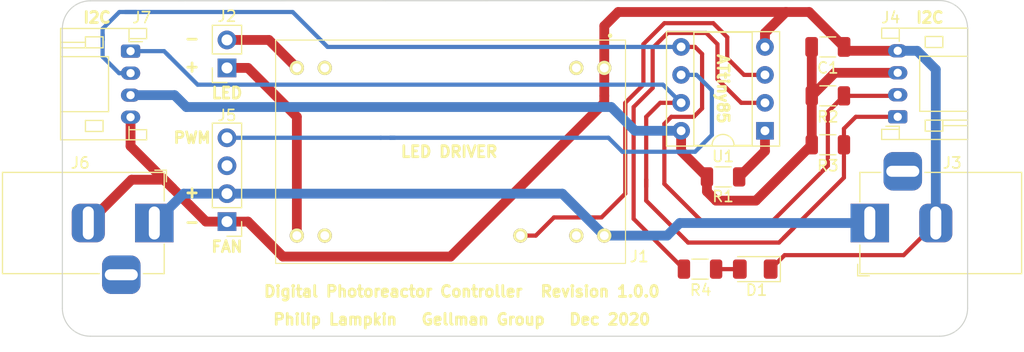
<source format=kicad_pcb>
(kicad_pcb (version 20171130) (host pcbnew "(5.1.8-0-10_14)")

  (general
    (thickness 1.6)
    (drawings 22)
    (tracks 142)
    (zones 0)
    (modules 16)
    (nets 18)
  )

  (page A4)
  (layers
    (0 F.Cu signal)
    (31 B.Cu signal)
    (32 B.Adhes user)
    (33 F.Adhes user)
    (34 B.Paste user)
    (35 F.Paste user)
    (36 B.SilkS user)
    (37 F.SilkS user)
    (38 B.Mask user)
    (39 F.Mask user)
    (40 Dwgs.User user)
    (41 Cmts.User user)
    (42 Eco1.User user)
    (43 Eco2.User user)
    (44 Edge.Cuts user)
    (45 Margin user)
    (46 B.CrtYd user hide)
    (47 F.CrtYd user hide)
    (48 B.Fab user)
    (49 F.Fab user hide)
  )

  (setup
    (last_trace_width 0.381)
    (user_trace_width 0.381)
    (user_trace_width 0.889)
    (trace_clearance 0.2)
    (zone_clearance 0.508)
    (zone_45_only no)
    (trace_min 0.2)
    (via_size 0.8)
    (via_drill 0.4)
    (via_min_size 0.4)
    (via_min_drill 0.3)
    (uvia_size 0.3)
    (uvia_drill 0.1)
    (uvias_allowed no)
    (uvia_min_size 0.2)
    (uvia_min_drill 0.1)
    (edge_width 0.1)
    (segment_width 0.2)
    (pcb_text_width 0.3)
    (pcb_text_size 1.5 1.5)
    (mod_edge_width 0.15)
    (mod_text_size 1 1)
    (mod_text_width 0.15)
    (pad_size 1.524 1.524)
    (pad_drill 0.762)
    (pad_to_mask_clearance 0)
    (aux_axis_origin 0 0)
    (visible_elements FFFFFF7F)
    (pcbplotparams
      (layerselection 0x010fc_ffffffff)
      (usegerberextensions false)
      (usegerberattributes true)
      (usegerberadvancedattributes true)
      (creategerberjobfile true)
      (excludeedgelayer true)
      (linewidth 0.100000)
      (plotframeref false)
      (viasonmask false)
      (mode 1)
      (useauxorigin false)
      (hpglpennumber 1)
      (hpglpenspeed 20)
      (hpglpendiameter 15.000000)
      (psnegative false)
      (psa4output false)
      (plotreference true)
      (plotvalue true)
      (plotinvisibletext false)
      (padsonsilk false)
      (subtractmaskfromsilk false)
      (outputformat 1)
      (mirror false)
      (drillshape 1)
      (scaleselection 1)
      (outputdirectory ""))
  )

  (net 0 "")
  (net 1 GND)
  (net 2 +12V)
  (net 3 +5V)
  (net 4 SDA)
  (net 5 SCL)
  (net 6 PWM_LED)
  (net 7 PWM_FAN)
  (net 8 "Net-(J1-Pad13)")
  (net 9 "Net-(J1-Pad12)")
  (net 10 "Net-(R1-Pad2)")
  (net 11 "Net-(J1-Pad23)")
  (net 12 "Net-(J1-Pad14)")
  (net 13 "Net-(J1-Pad11)")
  (net 14 "Net-(J1-Pad2)")
  (net 15 "Net-(J5-Pad3)")
  (net 16 INDICATOR)
  (net 17 "Net-(D1-Pad2)")

  (net_class Default "This is the default net class."
    (clearance 0.2)
    (trace_width 0.25)
    (via_dia 0.8)
    (via_drill 0.4)
    (uvia_dia 0.3)
    (uvia_drill 0.1)
    (add_net +12V)
    (add_net +5V)
    (add_net GND)
    (add_net INDICATOR)
    (add_net "Net-(D1-Pad2)")
    (add_net "Net-(J1-Pad11)")
    (add_net "Net-(J1-Pad12)")
    (add_net "Net-(J1-Pad13)")
    (add_net "Net-(J1-Pad14)")
    (add_net "Net-(J1-Pad2)")
    (add_net "Net-(J1-Pad23)")
    (add_net "Net-(J5-Pad3)")
    (add_net "Net-(R1-Pad2)")
    (add_net PWM_FAN)
    (add_net PWM_LED)
    (add_net SCL)
    (add_net SDA)
  )

  (module Connector_BarrelJack:BarrelJack_Horizontal (layer F.Cu) (tedit 5A1DBF6A) (tstamp 5FE1C543)
    (at 154.559 109.602 180)
    (descr "DC Barrel Jack")
    (tags "Power Jack")
    (path /5FB80D0D)
    (fp_text reference J3 (at -7.493 5.462) (layer F.SilkS)
      (effects (font (size 1 1) (thickness 0.15)))
    )
    (fp_text value Barrel_Jack (at -6.2 -5.5) (layer F.Fab)
      (effects (font (size 1 1) (thickness 0.15)))
    )
    (fp_line (start 0 -4.5) (end -13.7 -4.5) (layer F.Fab) (width 0.1))
    (fp_line (start 0.8 4.5) (end 0.8 -3.75) (layer F.Fab) (width 0.1))
    (fp_line (start -13.7 4.5) (end 0.8 4.5) (layer F.Fab) (width 0.1))
    (fp_line (start -13.7 -4.5) (end -13.7 4.5) (layer F.Fab) (width 0.1))
    (fp_line (start -10.2 -4.5) (end -10.2 4.5) (layer F.Fab) (width 0.1))
    (fp_line (start 0.9 -4.6) (end 0.9 -2) (layer F.SilkS) (width 0.12))
    (fp_line (start -13.8 -4.6) (end 0.9 -4.6) (layer F.SilkS) (width 0.12))
    (fp_line (start 0.9 4.6) (end -1 4.6) (layer F.SilkS) (width 0.12))
    (fp_line (start 0.9 1.9) (end 0.9 4.6) (layer F.SilkS) (width 0.12))
    (fp_line (start -13.8 4.6) (end -13.8 -4.6) (layer F.SilkS) (width 0.12))
    (fp_line (start -5 4.6) (end -13.8 4.6) (layer F.SilkS) (width 0.12))
    (fp_line (start -14 4.75) (end -14 -4.75) (layer F.CrtYd) (width 0.05))
    (fp_line (start -5 4.75) (end -14 4.75) (layer F.CrtYd) (width 0.05))
    (fp_line (start -5 6.75) (end -5 4.75) (layer F.CrtYd) (width 0.05))
    (fp_line (start -1 6.75) (end -5 6.75) (layer F.CrtYd) (width 0.05))
    (fp_line (start -1 4.75) (end -1 6.75) (layer F.CrtYd) (width 0.05))
    (fp_line (start 1 4.75) (end -1 4.75) (layer F.CrtYd) (width 0.05))
    (fp_line (start 1 2) (end 1 4.75) (layer F.CrtYd) (width 0.05))
    (fp_line (start 2 2) (end 1 2) (layer F.CrtYd) (width 0.05))
    (fp_line (start 2 -2) (end 2 2) (layer F.CrtYd) (width 0.05))
    (fp_line (start 1 -2) (end 2 -2) (layer F.CrtYd) (width 0.05))
    (fp_line (start 1 -4.5) (end 1 -2) (layer F.CrtYd) (width 0.05))
    (fp_line (start 1 -4.75) (end -14 -4.75) (layer F.CrtYd) (width 0.05))
    (fp_line (start 1 -4.5) (end 1 -4.75) (layer F.CrtYd) (width 0.05))
    (fp_line (start 0.05 -4.8) (end 1.1 -4.8) (layer F.SilkS) (width 0.12))
    (fp_line (start 1.1 -3.75) (end 1.1 -4.8) (layer F.SilkS) (width 0.12))
    (fp_line (start -0.003213 -4.505425) (end 0.8 -3.75) (layer F.Fab) (width 0.1))
    (fp_text user %R (at -3 -2.95) (layer F.Fab)
      (effects (font (size 1 1) (thickness 0.15)))
    )
    (pad 3 thru_hole roundrect (at -3 4.7 180) (size 3.5 3.5) (drill oval 3 1) (layers *.Cu *.Mask) (roundrect_rratio 0.25))
    (pad 2 thru_hole roundrect (at -6 0 180) (size 3 3.5) (drill oval 1 3) (layers *.Cu *.Mask) (roundrect_rratio 0.25)
      (net 1 GND))
    (pad 1 thru_hole rect (at 0 0 180) (size 3.5 3.5) (drill oval 1 3) (layers *.Cu *.Mask)
      (net 2 +12V))
    (model ${KISYS3DMOD}/Connector_BarrelJack.3dshapes/BarrelJack_Horizontal.wrl
      (at (xyz 0 0 0))
      (scale (xyz 1 1 1))
      (rotate (xyz 0 0 0))
    )
  )

  (module Resistor_SMD:R_1206_3216Metric (layer F.Cu) (tedit 5F68FEEE) (tstamp 5FEB75B1)
    (at 139.1305 113.792 180)
    (descr "Resistor SMD 1206 (3216 Metric), square (rectangular) end terminal, IPC_7351 nominal, (Body size source: IPC-SM-782 page 72, https://www.pcb-3d.com/wordpress/wp-content/uploads/ipc-sm-782a_amendment_1_and_2.pdf), generated with kicad-footprint-generator")
    (tags resistor)
    (path /5FEBED5D)
    (attr smd)
    (fp_text reference R4 (at -0.0615 -1.905) (layer F.SilkS)
      (effects (font (size 1 1) (thickness 0.15)))
    )
    (fp_text value 470 (at 0 1.82) (layer F.Fab)
      (effects (font (size 1 1) (thickness 0.15)))
    )
    (fp_line (start -1.6 0.8) (end -1.6 -0.8) (layer F.Fab) (width 0.1))
    (fp_line (start -1.6 -0.8) (end 1.6 -0.8) (layer F.Fab) (width 0.1))
    (fp_line (start 1.6 -0.8) (end 1.6 0.8) (layer F.Fab) (width 0.1))
    (fp_line (start 1.6 0.8) (end -1.6 0.8) (layer F.Fab) (width 0.1))
    (fp_line (start -0.727064 -0.91) (end 0.727064 -0.91) (layer F.SilkS) (width 0.12))
    (fp_line (start -0.727064 0.91) (end 0.727064 0.91) (layer F.SilkS) (width 0.12))
    (fp_line (start -2.28 1.12) (end -2.28 -1.12) (layer F.CrtYd) (width 0.05))
    (fp_line (start -2.28 -1.12) (end 2.28 -1.12) (layer F.CrtYd) (width 0.05))
    (fp_line (start 2.28 -1.12) (end 2.28 1.12) (layer F.CrtYd) (width 0.05))
    (fp_line (start 2.28 1.12) (end -2.28 1.12) (layer F.CrtYd) (width 0.05))
    (fp_text user %R (at 0 0) (layer F.Fab)
      (effects (font (size 0.8 0.8) (thickness 0.12)))
    )
    (pad 2 smd roundrect (at 1.4625 0 180) (size 1.125 1.75) (layers F.Cu F.Paste F.Mask) (roundrect_rratio 0.222222)
      (net 16 INDICATOR))
    (pad 1 smd roundrect (at -1.4625 0 180) (size 1.125 1.75) (layers F.Cu F.Paste F.Mask) (roundrect_rratio 0.222222)
      (net 17 "Net-(D1-Pad2)"))
    (model ${KISYS3DMOD}/Resistor_SMD.3dshapes/R_1206_3216Metric.wrl
      (at (xyz 0 0 0))
      (scale (xyz 1 1 1))
      (rotate (xyz 0 0 0))
    )
  )

  (module LED_SMD:LED_1206_3216Metric (layer F.Cu) (tedit 5F68FEF1) (tstamp 5FEB7368)
    (at 144.148 113.792 180)
    (descr "LED SMD 1206 (3216 Metric), square (rectangular) end terminal, IPC_7351 nominal, (Body size source: http://www.tortai-tech.com/upload/download/2011102023233369053.pdf), generated with kicad-footprint-generator")
    (tags LED)
    (path /5FEC213F)
    (attr smd)
    (fp_text reference D1 (at -0.124 -1.905) (layer F.SilkS)
      (effects (font (size 1 1) (thickness 0.15)))
    )
    (fp_text value LED (at 0 1.82) (layer F.Fab)
      (effects (font (size 1 1) (thickness 0.15)))
    )
    (fp_line (start 1.6 -0.8) (end -1.2 -0.8) (layer F.Fab) (width 0.1))
    (fp_line (start -1.2 -0.8) (end -1.6 -0.4) (layer F.Fab) (width 0.1))
    (fp_line (start -1.6 -0.4) (end -1.6 0.8) (layer F.Fab) (width 0.1))
    (fp_line (start -1.6 0.8) (end 1.6 0.8) (layer F.Fab) (width 0.1))
    (fp_line (start 1.6 0.8) (end 1.6 -0.8) (layer F.Fab) (width 0.1))
    (fp_line (start 1.6 -1.135) (end -2.285 -1.135) (layer F.SilkS) (width 0.12))
    (fp_line (start -2.285 -1.135) (end -2.285 1.135) (layer F.SilkS) (width 0.12))
    (fp_line (start -2.285 1.135) (end 1.6 1.135) (layer F.SilkS) (width 0.12))
    (fp_line (start -2.28 1.12) (end -2.28 -1.12) (layer F.CrtYd) (width 0.05))
    (fp_line (start -2.28 -1.12) (end 2.28 -1.12) (layer F.CrtYd) (width 0.05))
    (fp_line (start 2.28 -1.12) (end 2.28 1.12) (layer F.CrtYd) (width 0.05))
    (fp_line (start 2.28 1.12) (end -2.28 1.12) (layer F.CrtYd) (width 0.05))
    (fp_text user %R (at 0 0) (layer F.Fab)
      (effects (font (size 0.8 0.8) (thickness 0.12)))
    )
    (pad 2 smd roundrect (at 1.4 0 180) (size 1.25 1.75) (layers F.Cu F.Paste F.Mask) (roundrect_rratio 0.2)
      (net 17 "Net-(D1-Pad2)"))
    (pad 1 smd roundrect (at -1.4 0 180) (size 1.25 1.75) (layers F.Cu F.Paste F.Mask) (roundrect_rratio 0.2)
      (net 1 GND))
    (model ${KISYS3DMOD}/LED_SMD.3dshapes/LED_1206_3216Metric.wrl
      (at (xyz 0 0 0))
      (scale (xyz 1 1 1))
      (rotate (xyz 0 0 0))
    )
  )

  (module Connector_JST:JST_PH_S4B-PH-K_1x04_P2.00mm_Horizontal (layer F.Cu) (tedit 5B7745C6) (tstamp 5FE1C428)
    (at 87.376 93.98 270)
    (descr "JST PH series connector, S4B-PH-K (http://www.jst-mfg.com/product/pdf/eng/ePH.pdf), generated with kicad-footprint-generator")
    (tags "connector JST PH top entry")
    (path /5FE1AA2F)
    (fp_text reference J7 (at -3.048 -1.016 180) (layer F.SilkS)
      (effects (font (size 1 1) (thickness 0.15)))
    )
    (fp_text value Conn_01x04 (at 3 7.45 90) (layer F.Fab)
      (effects (font (size 1 1) (thickness 0.15)))
    )
    (fp_line (start 0.5 1.375) (end 0 0.875) (layer F.Fab) (width 0.1))
    (fp_line (start -0.5 1.375) (end 0.5 1.375) (layer F.Fab) (width 0.1))
    (fp_line (start 0 0.875) (end -0.5 1.375) (layer F.Fab) (width 0.1))
    (fp_line (start -0.86 0.14) (end -0.86 -1.075) (layer F.SilkS) (width 0.12))
    (fp_line (start 7.25 0.25) (end -1.25 0.25) (layer F.Fab) (width 0.1))
    (fp_line (start 7.25 -1.35) (end 7.25 0.25) (layer F.Fab) (width 0.1))
    (fp_line (start 7.95 -1.35) (end 7.25 -1.35) (layer F.Fab) (width 0.1))
    (fp_line (start 7.95 6.25) (end 7.95 -1.35) (layer F.Fab) (width 0.1))
    (fp_line (start -1.95 6.25) (end 7.95 6.25) (layer F.Fab) (width 0.1))
    (fp_line (start -1.95 -1.35) (end -1.95 6.25) (layer F.Fab) (width 0.1))
    (fp_line (start -1.25 -1.35) (end -1.95 -1.35) (layer F.Fab) (width 0.1))
    (fp_line (start -1.25 0.25) (end -1.25 -1.35) (layer F.Fab) (width 0.1))
    (fp_line (start 8.45 -1.85) (end -2.45 -1.85) (layer F.CrtYd) (width 0.05))
    (fp_line (start 8.45 6.75) (end 8.45 -1.85) (layer F.CrtYd) (width 0.05))
    (fp_line (start -2.45 6.75) (end 8.45 6.75) (layer F.CrtYd) (width 0.05))
    (fp_line (start -2.45 -1.85) (end -2.45 6.75) (layer F.CrtYd) (width 0.05))
    (fp_line (start -0.8 4.1) (end -0.8 6.36) (layer F.SilkS) (width 0.12))
    (fp_line (start -0.3 4.1) (end -0.3 6.36) (layer F.SilkS) (width 0.12))
    (fp_line (start 6.3 2.5) (end 7.3 2.5) (layer F.SilkS) (width 0.12))
    (fp_line (start 6.3 4.1) (end 6.3 2.5) (layer F.SilkS) (width 0.12))
    (fp_line (start 7.3 4.1) (end 6.3 4.1) (layer F.SilkS) (width 0.12))
    (fp_line (start 7.3 2.5) (end 7.3 4.1) (layer F.SilkS) (width 0.12))
    (fp_line (start -0.3 2.5) (end -1.3 2.5) (layer F.SilkS) (width 0.12))
    (fp_line (start -0.3 4.1) (end -0.3 2.5) (layer F.SilkS) (width 0.12))
    (fp_line (start -1.3 4.1) (end -0.3 4.1) (layer F.SilkS) (width 0.12))
    (fp_line (start -1.3 2.5) (end -1.3 4.1) (layer F.SilkS) (width 0.12))
    (fp_line (start 8.06 0.14) (end 7.14 0.14) (layer F.SilkS) (width 0.12))
    (fp_line (start -2.06 0.14) (end -1.14 0.14) (layer F.SilkS) (width 0.12))
    (fp_line (start 5.5 2) (end 5.5 6.36) (layer F.SilkS) (width 0.12))
    (fp_line (start 0.5 2) (end 5.5 2) (layer F.SilkS) (width 0.12))
    (fp_line (start 0.5 6.36) (end 0.5 2) (layer F.SilkS) (width 0.12))
    (fp_line (start 7.14 0.14) (end 6.86 0.14) (layer F.SilkS) (width 0.12))
    (fp_line (start 7.14 -1.46) (end 7.14 0.14) (layer F.SilkS) (width 0.12))
    (fp_line (start 8.06 -1.46) (end 7.14 -1.46) (layer F.SilkS) (width 0.12))
    (fp_line (start 8.06 6.36) (end 8.06 -1.46) (layer F.SilkS) (width 0.12))
    (fp_line (start -2.06 6.36) (end 8.06 6.36) (layer F.SilkS) (width 0.12))
    (fp_line (start -2.06 -1.46) (end -2.06 6.36) (layer F.SilkS) (width 0.12))
    (fp_line (start -1.14 -1.46) (end -2.06 -1.46) (layer F.SilkS) (width 0.12))
    (fp_line (start -1.14 0.14) (end -1.14 -1.46) (layer F.SilkS) (width 0.12))
    (fp_line (start -0.86 0.14) (end -1.14 0.14) (layer F.SilkS) (width 0.12))
    (fp_text user %R (at 3 2.5 90) (layer F.Fab)
      (effects (font (size 1 1) (thickness 0.15)))
    )
    (pad 4 thru_hole oval (at 6 0 270) (size 1.2 1.75) (drill 0.75) (layers *.Cu *.Mask)
      (net 1 GND))
    (pad 3 thru_hole oval (at 4 0 270) (size 1.2 1.75) (drill 0.75) (layers *.Cu *.Mask)
      (net 3 +5V))
    (pad 2 thru_hole oval (at 2 0 270) (size 1.2 1.75) (drill 0.75) (layers *.Cu *.Mask)
      (net 4 SDA))
    (pad 1 thru_hole roundrect (at 0 0 270) (size 1.2 1.75) (drill 0.75) (layers *.Cu *.Mask) (roundrect_rratio 0.208333)
      (net 5 SCL))
    (model ${KISYS3DMOD}/Connector_JST.3dshapes/JST_PH_S4B-PH-K_1x04_P2.00mm_Horizontal.wrl
      (at (xyz 0 0 0))
      (scale (xyz 1 1 1))
      (rotate (xyz 0 0 0))
    )
  )

  (module Connector_BarrelJack:BarrelJack_Horizontal (layer F.Cu) (tedit 5A1DBF6A) (tstamp 5FE1BC2E)
    (at 89.535 109.601)
    (descr "DC Barrel Jack")
    (tags "Power Jack")
    (path /5FE1EB67)
    (fp_text reference J6 (at -6.731 -5.461) (layer F.SilkS)
      (effects (font (size 1 1) (thickness 0.15)))
    )
    (fp_text value Barrel_Jack (at -6.2 -5.5) (layer F.Fab)
      (effects (font (size 1 1) (thickness 0.15)))
    )
    (fp_line (start -0.003213 -4.505425) (end 0.8 -3.75) (layer F.Fab) (width 0.1))
    (fp_line (start 1.1 -3.75) (end 1.1 -4.8) (layer F.SilkS) (width 0.12))
    (fp_line (start 0.05 -4.8) (end 1.1 -4.8) (layer F.SilkS) (width 0.12))
    (fp_line (start 1 -4.5) (end 1 -4.75) (layer F.CrtYd) (width 0.05))
    (fp_line (start 1 -4.75) (end -14 -4.75) (layer F.CrtYd) (width 0.05))
    (fp_line (start 1 -4.5) (end 1 -2) (layer F.CrtYd) (width 0.05))
    (fp_line (start 1 -2) (end 2 -2) (layer F.CrtYd) (width 0.05))
    (fp_line (start 2 -2) (end 2 2) (layer F.CrtYd) (width 0.05))
    (fp_line (start 2 2) (end 1 2) (layer F.CrtYd) (width 0.05))
    (fp_line (start 1 2) (end 1 4.75) (layer F.CrtYd) (width 0.05))
    (fp_line (start 1 4.75) (end -1 4.75) (layer F.CrtYd) (width 0.05))
    (fp_line (start -1 4.75) (end -1 6.75) (layer F.CrtYd) (width 0.05))
    (fp_line (start -1 6.75) (end -5 6.75) (layer F.CrtYd) (width 0.05))
    (fp_line (start -5 6.75) (end -5 4.75) (layer F.CrtYd) (width 0.05))
    (fp_line (start -5 4.75) (end -14 4.75) (layer F.CrtYd) (width 0.05))
    (fp_line (start -14 4.75) (end -14 -4.75) (layer F.CrtYd) (width 0.05))
    (fp_line (start -5 4.6) (end -13.8 4.6) (layer F.SilkS) (width 0.12))
    (fp_line (start -13.8 4.6) (end -13.8 -4.6) (layer F.SilkS) (width 0.12))
    (fp_line (start 0.9 1.9) (end 0.9 4.6) (layer F.SilkS) (width 0.12))
    (fp_line (start 0.9 4.6) (end -1 4.6) (layer F.SilkS) (width 0.12))
    (fp_line (start -13.8 -4.6) (end 0.9 -4.6) (layer F.SilkS) (width 0.12))
    (fp_line (start 0.9 -4.6) (end 0.9 -2) (layer F.SilkS) (width 0.12))
    (fp_line (start -10.2 -4.5) (end -10.2 4.5) (layer F.Fab) (width 0.1))
    (fp_line (start -13.7 -4.5) (end -13.7 4.5) (layer F.Fab) (width 0.1))
    (fp_line (start -13.7 4.5) (end 0.8 4.5) (layer F.Fab) (width 0.1))
    (fp_line (start 0.8 4.5) (end 0.8 -3.75) (layer F.Fab) (width 0.1))
    (fp_line (start 0 -4.5) (end -13.7 -4.5) (layer F.Fab) (width 0.1))
    (fp_text user %R (at -3 -2.95) (layer F.Fab)
      (effects (font (size 1 1) (thickness 0.15)))
    )
    (pad 1 thru_hole rect (at 0 0) (size 3.5 3.5) (drill oval 1 3) (layers *.Cu *.Mask)
      (net 2 +12V))
    (pad 2 thru_hole roundrect (at -6 0) (size 3 3.5) (drill oval 1 3) (layers *.Cu *.Mask) (roundrect_rratio 0.25)
      (net 1 GND))
    (pad 3 thru_hole roundrect (at -3 4.7) (size 3.5 3.5) (drill oval 3 1) (layers *.Cu *.Mask) (roundrect_rratio 0.25))
    (model ${KISYS3DMOD}/Connector_BarrelJack.3dshapes/BarrelJack_Horizontal.wrl
      (at (xyz 0 0 0))
      (scale (xyz 1 1 1))
      (rotate (xyz 0 0 0))
    )
  )

  (module Package_DIP:DIP-8_W7.62mm_Socket (layer F.Cu) (tedit 5A02E8C5) (tstamp 5FE1C3AF)
    (at 145.034 101.219 180)
    (descr "8-lead though-hole mounted DIP package, row spacing 7.62 mm (300 mils), Socket")
    (tags "THT DIP DIL PDIP 2.54mm 7.62mm 300mil Socket")
    (path /5FDCDD75)
    (fp_text reference U1 (at 3.81 -2.33) (layer F.SilkS)
      (effects (font (size 1 1) (thickness 0.15)))
    )
    (fp_text value ATtiny85-20PU (at 3.81 9.95) (layer F.Fab)
      (effects (font (size 1 1) (thickness 0.15)))
    )
    (fp_line (start 1.635 -1.27) (end 6.985 -1.27) (layer F.Fab) (width 0.1))
    (fp_line (start 6.985 -1.27) (end 6.985 8.89) (layer F.Fab) (width 0.1))
    (fp_line (start 6.985 8.89) (end 0.635 8.89) (layer F.Fab) (width 0.1))
    (fp_line (start 0.635 8.89) (end 0.635 -0.27) (layer F.Fab) (width 0.1))
    (fp_line (start 0.635 -0.27) (end 1.635 -1.27) (layer F.Fab) (width 0.1))
    (fp_line (start -1.27 -1.33) (end -1.27 8.95) (layer F.Fab) (width 0.1))
    (fp_line (start -1.27 8.95) (end 8.89 8.95) (layer F.Fab) (width 0.1))
    (fp_line (start 8.89 8.95) (end 8.89 -1.33) (layer F.Fab) (width 0.1))
    (fp_line (start 8.89 -1.33) (end -1.27 -1.33) (layer F.Fab) (width 0.1))
    (fp_line (start 2.81 -1.33) (end 1.16 -1.33) (layer F.SilkS) (width 0.12))
    (fp_line (start 1.16 -1.33) (end 1.16 8.95) (layer F.SilkS) (width 0.12))
    (fp_line (start 1.16 8.95) (end 6.46 8.95) (layer F.SilkS) (width 0.12))
    (fp_line (start 6.46 8.95) (end 6.46 -1.33) (layer F.SilkS) (width 0.12))
    (fp_line (start 6.46 -1.33) (end 4.81 -1.33) (layer F.SilkS) (width 0.12))
    (fp_line (start -1.33 -1.39) (end -1.33 9.01) (layer F.SilkS) (width 0.12))
    (fp_line (start -1.33 9.01) (end 8.95 9.01) (layer F.SilkS) (width 0.12))
    (fp_line (start 8.95 9.01) (end 8.95 -1.39) (layer F.SilkS) (width 0.12))
    (fp_line (start 8.95 -1.39) (end -1.33 -1.39) (layer F.SilkS) (width 0.12))
    (fp_line (start -1.55 -1.6) (end -1.55 9.2) (layer F.CrtYd) (width 0.05))
    (fp_line (start -1.55 9.2) (end 9.15 9.2) (layer F.CrtYd) (width 0.05))
    (fp_line (start 9.15 9.2) (end 9.15 -1.6) (layer F.CrtYd) (width 0.05))
    (fp_line (start 9.15 -1.6) (end -1.55 -1.6) (layer F.CrtYd) (width 0.05))
    (fp_text user %R (at 3.81 3.81) (layer F.Fab)
      (effects (font (size 1 1) (thickness 0.15)))
    )
    (fp_arc (start 3.81 -1.33) (end 2.81 -1.33) (angle -180) (layer F.SilkS) (width 0.12))
    (pad 8 thru_hole oval (at 7.62 0 180) (size 1.6 1.6) (drill 0.8) (layers *.Cu *.Mask)
      (net 3 +5V))
    (pad 4 thru_hole oval (at 0 7.62 180) (size 1.6 1.6) (drill 0.8) (layers *.Cu *.Mask)
      (net 1 GND))
    (pad 7 thru_hole oval (at 7.62 2.54 180) (size 1.6 1.6) (drill 0.8) (layers *.Cu *.Mask)
      (net 5 SCL))
    (pad 3 thru_hole oval (at 0 5.08 180) (size 1.6 1.6) (drill 0.8) (layers *.Cu *.Mask)
      (net 6 PWM_LED))
    (pad 6 thru_hole oval (at 7.62 5.08 180) (size 1.6 1.6) (drill 0.8) (layers *.Cu *.Mask)
      (net 7 PWM_FAN))
    (pad 2 thru_hole oval (at 0 2.54 180) (size 1.6 1.6) (drill 0.8) (layers *.Cu *.Mask)
      (net 16 INDICATOR))
    (pad 5 thru_hole oval (at 7.62 7.62 180) (size 1.6 1.6) (drill 0.8) (layers *.Cu *.Mask)
      (net 4 SDA))
    (pad 1 thru_hole rect (at 0 0 180) (size 1.6 1.6) (drill 0.8) (layers *.Cu *.Mask)
      (net 10 "Net-(R1-Pad2)"))
    (model ${KISYS3DMOD}/Package_DIP.3dshapes/DIP-8_W7.62mm_Socket.wrl
      (at (xyz 0 0 0))
      (scale (xyz 1 1 1))
      (rotate (xyz 0 0 0))
    )
  )

  (module MountingHole:MountingHole_3.7mm (layer F.Cu) (tedit 56D1B4CB) (tstamp 5FEB7DC6)
    (at 150.368 117.348 180)
    (descr "Mounting Hole 3.7mm, no annular")
    (tags "mounting hole 3.7mm no annular")
    (attr virtual)
    (fp_text reference REF** (at 0 -4.7) (layer F.SilkS) hide
      (effects (font (size 1 1) (thickness 0.15)))
    )
    (fp_text value MountingHole_3.7mm (at 0 4.7) (layer F.Fab) hide
      (effects (font (size 1 1) (thickness 0.15)))
    )
    (fp_circle (center 0 0) (end 3.7 0) (layer Cmts.User) (width 0.15))
    (fp_circle (center 0 0) (end 3.95 0) (layer F.CrtYd) (width 0.05))
    (fp_text user %R (at 0.3 0) (layer F.Fab)
      (effects (font (size 1 1) (thickness 0.15)))
    )
    (pad 1 np_thru_hole circle (at 0 0 180) (size 3.7 3.7) (drill 3.7) (layers *.Cu *.Mask))
  )

  (module MountingHole:MountingHole_3.7mm (layer F.Cu) (tedit 56D1B4CB) (tstamp 5FE1C6F3)
    (at 93.98 117.348 180)
    (descr "Mounting Hole 3.7mm, no annular")
    (tags "mounting hole 3.7mm no annular")
    (attr virtual)
    (fp_text reference REF** (at 0 -4.7) (layer F.SilkS) hide
      (effects (font (size 1 1) (thickness 0.15)))
    )
    (fp_text value MountingHole_3.7mm (at 0 4.7) (layer F.Fab) hide
      (effects (font (size 1 1) (thickness 0.15)))
    )
    (fp_circle (center 0 0) (end 3.95 0) (layer F.CrtYd) (width 0.05))
    (fp_circle (center 0 0) (end 3.7 0) (layer Cmts.User) (width 0.15))
    (fp_text user %R (at 0.3 0) (layer F.Fab)
      (effects (font (size 1 1) (thickness 0.15)))
    )
    (pad 1 np_thru_hole circle (at 0 0 180) (size 3.7 3.7) (drill 3.7) (layers *.Cu *.Mask))
  )

  (module Connector_PinHeader_2.54mm:PinHeader_1x04_P2.54mm_Vertical (layer F.Cu) (tedit 59FED5CC) (tstamp 5FE1C6BE)
    (at 96.139 109.474 180)
    (descr "Through hole straight pin header, 1x04, 2.54mm pitch, single row")
    (tags "Through hole pin header THT 1x04 2.54mm single row")
    (path /5FDF07F8)
    (fp_text reference J5 (at 0 9.652) (layer F.SilkS)
      (effects (font (size 1 1) (thickness 0.15)))
    )
    (fp_text value Conn_01x04 (at 0 9.95) (layer F.Fab)
      (effects (font (size 1 1) (thickness 0.15)))
    )
    (fp_line (start 1.8 -1.8) (end -1.8 -1.8) (layer F.CrtYd) (width 0.05))
    (fp_line (start 1.8 9.4) (end 1.8 -1.8) (layer F.CrtYd) (width 0.05))
    (fp_line (start -1.8 9.4) (end 1.8 9.4) (layer F.CrtYd) (width 0.05))
    (fp_line (start -1.8 -1.8) (end -1.8 9.4) (layer F.CrtYd) (width 0.05))
    (fp_line (start -1.33 -1.33) (end 0 -1.33) (layer F.SilkS) (width 0.12))
    (fp_line (start -1.33 0) (end -1.33 -1.33) (layer F.SilkS) (width 0.12))
    (fp_line (start -1.33 1.27) (end 1.33 1.27) (layer F.SilkS) (width 0.12))
    (fp_line (start 1.33 1.27) (end 1.33 8.95) (layer F.SilkS) (width 0.12))
    (fp_line (start -1.33 1.27) (end -1.33 8.95) (layer F.SilkS) (width 0.12))
    (fp_line (start -1.33 8.95) (end 1.33 8.95) (layer F.SilkS) (width 0.12))
    (fp_line (start -1.27 -0.635) (end -0.635 -1.27) (layer F.Fab) (width 0.1))
    (fp_line (start -1.27 8.89) (end -1.27 -0.635) (layer F.Fab) (width 0.1))
    (fp_line (start 1.27 8.89) (end -1.27 8.89) (layer F.Fab) (width 0.1))
    (fp_line (start 1.27 -1.27) (end 1.27 8.89) (layer F.Fab) (width 0.1))
    (fp_line (start -0.635 -1.27) (end 1.27 -1.27) (layer F.Fab) (width 0.1))
    (fp_text user %R (at 0 3.81 90) (layer F.Fab)
      (effects (font (size 1 1) (thickness 0.15)))
    )
    (pad 4 thru_hole oval (at 0 7.62 180) (size 1.7 1.7) (drill 1) (layers *.Cu *.Mask)
      (net 7 PWM_FAN))
    (pad 3 thru_hole oval (at 0 5.08 180) (size 1.7 1.7) (drill 1) (layers *.Cu *.Mask)
      (net 15 "Net-(J5-Pad3)"))
    (pad 2 thru_hole oval (at 0 2.54 180) (size 1.7 1.7) (drill 1) (layers *.Cu *.Mask)
      (net 2 +12V))
    (pad 1 thru_hole rect (at 0 0 180) (size 1.7 1.7) (drill 1) (layers *.Cu *.Mask)
      (net 1 GND))
    (model ${KISYS3DMOD}/Connector_PinHeader_2.54mm.3dshapes/PinHeader_1x04_P2.54mm_Vertical.wrl
      (at (xyz 0 0 0))
      (scale (xyz 1 1 1))
      (rotate (xyz 0 0 0))
    )
  )

  (module Resistor_SMD:R_1206_3216Metric (layer F.Cu) (tedit 5F68FEEE) (tstamp 5FE1C687)
    (at 150.749 102.489)
    (descr "Resistor SMD 1206 (3216 Metric), square (rectangular) end terminal, IPC_7351 nominal, (Body size source: IPC-SM-782 page 72, https://www.pcb-3d.com/wordpress/wp-content/uploads/ipc-sm-782a_amendment_1_and_2.pdf), generated with kicad-footprint-generator")
    (tags resistor)
    (path /5FC37DBD)
    (attr smd)
    (fp_text reference R3 (at 0 1.905) (layer F.SilkS)
      (effects (font (size 1 1) (thickness 0.15)))
    )
    (fp_text value 4.7K (at 0 1.82) (layer F.Fab)
      (effects (font (size 1 1) (thickness 0.15)))
    )
    (fp_line (start 2.28 1.12) (end -2.28 1.12) (layer F.CrtYd) (width 0.05))
    (fp_line (start 2.28 -1.12) (end 2.28 1.12) (layer F.CrtYd) (width 0.05))
    (fp_line (start -2.28 -1.12) (end 2.28 -1.12) (layer F.CrtYd) (width 0.05))
    (fp_line (start -2.28 1.12) (end -2.28 -1.12) (layer F.CrtYd) (width 0.05))
    (fp_line (start -0.727064 0.91) (end 0.727064 0.91) (layer F.SilkS) (width 0.12))
    (fp_line (start -0.727064 -0.91) (end 0.727064 -0.91) (layer F.SilkS) (width 0.12))
    (fp_line (start 1.6 0.8) (end -1.6 0.8) (layer F.Fab) (width 0.1))
    (fp_line (start 1.6 -0.8) (end 1.6 0.8) (layer F.Fab) (width 0.1))
    (fp_line (start -1.6 -0.8) (end 1.6 -0.8) (layer F.Fab) (width 0.1))
    (fp_line (start -1.6 0.8) (end -1.6 -0.8) (layer F.Fab) (width 0.1))
    (fp_text user %R (at 0 0) (layer F.Fab)
      (effects (font (size 0.8 0.8) (thickness 0.12)))
    )
    (pad 2 smd roundrect (at 1.4625 0) (size 1.125 1.75) (layers F.Cu F.Paste F.Mask) (roundrect_rratio 0.222222)
      (net 5 SCL))
    (pad 1 smd roundrect (at -1.4625 0) (size 1.125 1.75) (layers F.Cu F.Paste F.Mask) (roundrect_rratio 0.222222)
      (net 3 +5V))
    (model ${KISYS3DMOD}/Resistor_SMD.3dshapes/R_1206_3216Metric.wrl
      (at (xyz 0 0 0))
      (scale (xyz 1 1 1))
      (rotate (xyz 0 0 0))
    )
  )

  (module Resistor_SMD:R_1206_3216Metric (layer F.Cu) (tedit 5F68FEEE) (tstamp 5FE1C657)
    (at 150.749 98.044)
    (descr "Resistor SMD 1206 (3216 Metric), square (rectangular) end terminal, IPC_7351 nominal, (Body size source: IPC-SM-782 page 72, https://www.pcb-3d.com/wordpress/wp-content/uploads/ipc-sm-782a_amendment_1_and_2.pdf), generated with kicad-footprint-generator")
    (tags resistor)
    (path /5FC38333)
    (attr smd)
    (fp_text reference R2 (at 0 1.905) (layer F.SilkS)
      (effects (font (size 1 1) (thickness 0.15)))
    )
    (fp_text value 4.7K (at 0 1.82) (layer F.Fab)
      (effects (font (size 1 1) (thickness 0.15)))
    )
    (fp_line (start 2.28 1.12) (end -2.28 1.12) (layer F.CrtYd) (width 0.05))
    (fp_line (start 2.28 -1.12) (end 2.28 1.12) (layer F.CrtYd) (width 0.05))
    (fp_line (start -2.28 -1.12) (end 2.28 -1.12) (layer F.CrtYd) (width 0.05))
    (fp_line (start -2.28 1.12) (end -2.28 -1.12) (layer F.CrtYd) (width 0.05))
    (fp_line (start -0.727064 0.91) (end 0.727064 0.91) (layer F.SilkS) (width 0.12))
    (fp_line (start -0.727064 -0.91) (end 0.727064 -0.91) (layer F.SilkS) (width 0.12))
    (fp_line (start 1.6 0.8) (end -1.6 0.8) (layer F.Fab) (width 0.1))
    (fp_line (start 1.6 -0.8) (end 1.6 0.8) (layer F.Fab) (width 0.1))
    (fp_line (start -1.6 -0.8) (end 1.6 -0.8) (layer F.Fab) (width 0.1))
    (fp_line (start -1.6 0.8) (end -1.6 -0.8) (layer F.Fab) (width 0.1))
    (fp_text user %R (at 0 0) (layer F.Fab)
      (effects (font (size 0.8 0.8) (thickness 0.12)))
    )
    (pad 2 smd roundrect (at 1.4625 0) (size 1.125 1.75) (layers F.Cu F.Paste F.Mask) (roundrect_rratio 0.222222)
      (net 4 SDA))
    (pad 1 smd roundrect (at -1.4625 0) (size 1.125 1.75) (layers F.Cu F.Paste F.Mask) (roundrect_rratio 0.222222)
      (net 3 +5V))
    (model ${KISYS3DMOD}/Resistor_SMD.3dshapes/R_1206_3216Metric.wrl
      (at (xyz 0 0 0))
      (scale (xyz 1 1 1))
      (rotate (xyz 0 0 0))
    )
  )

  (module Resistor_SMD:R_1206_3216Metric (layer F.Cu) (tedit 5F68FEEE) (tstamp 5FE1C627)
    (at 141.224 105.41)
    (descr "Resistor SMD 1206 (3216 Metric), square (rectangular) end terminal, IPC_7351 nominal, (Body size source: IPC-SM-782 page 72, https://www.pcb-3d.com/wordpress/wp-content/uploads/ipc-sm-782a_amendment_1_and_2.pdf), generated with kicad-footprint-generator")
    (tags resistor)
    (path /5FB960BA)
    (attr smd)
    (fp_text reference R1 (at 0 1.778) (layer F.SilkS)
      (effects (font (size 1 1) (thickness 0.15)))
    )
    (fp_text value 10K (at 0 1.82) (layer F.Fab)
      (effects (font (size 1 1) (thickness 0.15)))
    )
    (fp_line (start 2.28 1.12) (end -2.28 1.12) (layer F.CrtYd) (width 0.05))
    (fp_line (start 2.28 -1.12) (end 2.28 1.12) (layer F.CrtYd) (width 0.05))
    (fp_line (start -2.28 -1.12) (end 2.28 -1.12) (layer F.CrtYd) (width 0.05))
    (fp_line (start -2.28 1.12) (end -2.28 -1.12) (layer F.CrtYd) (width 0.05))
    (fp_line (start -0.727064 0.91) (end 0.727064 0.91) (layer F.SilkS) (width 0.12))
    (fp_line (start -0.727064 -0.91) (end 0.727064 -0.91) (layer F.SilkS) (width 0.12))
    (fp_line (start 1.6 0.8) (end -1.6 0.8) (layer F.Fab) (width 0.1))
    (fp_line (start 1.6 -0.8) (end 1.6 0.8) (layer F.Fab) (width 0.1))
    (fp_line (start -1.6 -0.8) (end 1.6 -0.8) (layer F.Fab) (width 0.1))
    (fp_line (start -1.6 0.8) (end -1.6 -0.8) (layer F.Fab) (width 0.1))
    (fp_text user %R (at 0 0) (layer F.Fab)
      (effects (font (size 0.8 0.8) (thickness 0.12)))
    )
    (pad 2 smd roundrect (at 1.4625 0) (size 1.125 1.75) (layers F.Cu F.Paste F.Mask) (roundrect_rratio 0.222222)
      (net 10 "Net-(R1-Pad2)"))
    (pad 1 smd roundrect (at -1.4625 0) (size 1.125 1.75) (layers F.Cu F.Paste F.Mask) (roundrect_rratio 0.222222)
      (net 3 +5V))
    (model ${KISYS3DMOD}/Resistor_SMD.3dshapes/R_1206_3216Metric.wrl
      (at (xyz 0 0 0))
      (scale (xyz 1 1 1))
      (rotate (xyz 0 0 0))
    )
  )

  (module Connector_JST:JST_PH_S4B-PH-K_1x04_P2.00mm_Horizontal (layer F.Cu) (tedit 5B7745C6) (tstamp 5FE1D341)
    (at 157.099 99.949 90)
    (descr "JST PH series connector, S4B-PH-K (http://www.jst-mfg.com/product/pdf/eng/ePH.pdf), generated with kicad-footprint-generator")
    (tags "connector JST PH top entry")
    (path /5FBC8C0C)
    (fp_text reference J4 (at 9.017 -0.635) (layer F.SilkS)
      (effects (font (size 1 1) (thickness 0.15)))
    )
    (fp_text value Conn_01x04 (at 3 7.45 90) (layer F.Fab)
      (effects (font (size 1 1) (thickness 0.15)))
    )
    (fp_line (start 0.5 1.375) (end 0 0.875) (layer F.Fab) (width 0.1))
    (fp_line (start -0.5 1.375) (end 0.5 1.375) (layer F.Fab) (width 0.1))
    (fp_line (start 0 0.875) (end -0.5 1.375) (layer F.Fab) (width 0.1))
    (fp_line (start -0.86 0.14) (end -0.86 -1.075) (layer F.SilkS) (width 0.12))
    (fp_line (start 7.25 0.25) (end -1.25 0.25) (layer F.Fab) (width 0.1))
    (fp_line (start 7.25 -1.35) (end 7.25 0.25) (layer F.Fab) (width 0.1))
    (fp_line (start 7.95 -1.35) (end 7.25 -1.35) (layer F.Fab) (width 0.1))
    (fp_line (start 7.95 6.25) (end 7.95 -1.35) (layer F.Fab) (width 0.1))
    (fp_line (start -1.95 6.25) (end 7.95 6.25) (layer F.Fab) (width 0.1))
    (fp_line (start -1.95 -1.35) (end -1.95 6.25) (layer F.Fab) (width 0.1))
    (fp_line (start -1.25 -1.35) (end -1.95 -1.35) (layer F.Fab) (width 0.1))
    (fp_line (start -1.25 0.25) (end -1.25 -1.35) (layer F.Fab) (width 0.1))
    (fp_line (start 8.45 -1.85) (end -2.45 -1.85) (layer F.CrtYd) (width 0.05))
    (fp_line (start 8.45 6.75) (end 8.45 -1.85) (layer F.CrtYd) (width 0.05))
    (fp_line (start -2.45 6.75) (end 8.45 6.75) (layer F.CrtYd) (width 0.05))
    (fp_line (start -2.45 -1.85) (end -2.45 6.75) (layer F.CrtYd) (width 0.05))
    (fp_line (start -0.8 4.1) (end -0.8 6.36) (layer F.SilkS) (width 0.12))
    (fp_line (start -0.3 4.1) (end -0.3 6.36) (layer F.SilkS) (width 0.12))
    (fp_line (start 6.3 2.5) (end 7.3 2.5) (layer F.SilkS) (width 0.12))
    (fp_line (start 6.3 4.1) (end 6.3 2.5) (layer F.SilkS) (width 0.12))
    (fp_line (start 7.3 4.1) (end 6.3 4.1) (layer F.SilkS) (width 0.12))
    (fp_line (start 7.3 2.5) (end 7.3 4.1) (layer F.SilkS) (width 0.12))
    (fp_line (start -0.3 2.5) (end -1.3 2.5) (layer F.SilkS) (width 0.12))
    (fp_line (start -0.3 4.1) (end -0.3 2.5) (layer F.SilkS) (width 0.12))
    (fp_line (start -1.3 4.1) (end -0.3 4.1) (layer F.SilkS) (width 0.12))
    (fp_line (start -1.3 2.5) (end -1.3 4.1) (layer F.SilkS) (width 0.12))
    (fp_line (start 8.06 0.14) (end 7.14 0.14) (layer F.SilkS) (width 0.12))
    (fp_line (start -2.06 0.14) (end -1.14 0.14) (layer F.SilkS) (width 0.12))
    (fp_line (start 5.5 2) (end 5.5 6.36) (layer F.SilkS) (width 0.12))
    (fp_line (start 0.5 2) (end 5.5 2) (layer F.SilkS) (width 0.12))
    (fp_line (start 0.5 6.36) (end 0.5 2) (layer F.SilkS) (width 0.12))
    (fp_line (start 7.14 0.14) (end 6.86 0.14) (layer F.SilkS) (width 0.12))
    (fp_line (start 7.14 -1.46) (end 7.14 0.14) (layer F.SilkS) (width 0.12))
    (fp_line (start 8.06 -1.46) (end 7.14 -1.46) (layer F.SilkS) (width 0.12))
    (fp_line (start 8.06 6.36) (end 8.06 -1.46) (layer F.SilkS) (width 0.12))
    (fp_line (start -2.06 6.36) (end 8.06 6.36) (layer F.SilkS) (width 0.12))
    (fp_line (start -2.06 -1.46) (end -2.06 6.36) (layer F.SilkS) (width 0.12))
    (fp_line (start -1.14 -1.46) (end -2.06 -1.46) (layer F.SilkS) (width 0.12))
    (fp_line (start -1.14 0.14) (end -1.14 -1.46) (layer F.SilkS) (width 0.12))
    (fp_line (start -0.86 0.14) (end -1.14 0.14) (layer F.SilkS) (width 0.12))
    (fp_text user %R (at 3 2.5 90) (layer F.Fab)
      (effects (font (size 1 1) (thickness 0.15)))
    )
    (pad 4 thru_hole oval (at 6 0 90) (size 1.2 1.75) (drill 0.75) (layers *.Cu *.Mask)
      (net 1 GND))
    (pad 3 thru_hole oval (at 4 0 90) (size 1.2 1.75) (drill 0.75) (layers *.Cu *.Mask)
      (net 3 +5V))
    (pad 2 thru_hole oval (at 2 0 90) (size 1.2 1.75) (drill 0.75) (layers *.Cu *.Mask)
      (net 4 SDA))
    (pad 1 thru_hole roundrect (at 0 0 90) (size 1.2 1.75) (drill 0.75) (layers *.Cu *.Mask) (roundrect_rratio 0.208333)
      (net 5 SCL))
    (model ${KISYS3DMOD}/Connector_JST.3dshapes/JST_PH_S4B-PH-K_1x04_P2.00mm_Horizontal.wrl
      (at (xyz 0 0 0))
      (scale (xyz 1 1 1))
      (rotate (xyz 0 0 0))
    )
  )

  (module Connector_PinSocket_2.54mm:PinSocket_1x02_P2.54mm_Vertical (layer F.Cu) (tedit 5A19A420) (tstamp 5FE1C72B)
    (at 96.139 95.504 180)
    (descr "Through hole straight socket strip, 1x02, 2.54mm pitch, single row (from Kicad 4.0.7), script generated")
    (tags "Through hole socket strip THT 1x02 2.54mm single row")
    (path /5FB5EC11)
    (fp_text reference J2 (at 0 4.699) (layer F.SilkS)
      (effects (font (size 1 1) (thickness 0.15)))
    )
    (fp_text value Conn_01x02 (at 0 5.31) (layer F.Fab)
      (effects (font (size 1 1) (thickness 0.15)))
    )
    (fp_line (start -1.27 -1.27) (end 0.635 -1.27) (layer F.Fab) (width 0.1))
    (fp_line (start 0.635 -1.27) (end 1.27 -0.635) (layer F.Fab) (width 0.1))
    (fp_line (start 1.27 -0.635) (end 1.27 3.81) (layer F.Fab) (width 0.1))
    (fp_line (start 1.27 3.81) (end -1.27 3.81) (layer F.Fab) (width 0.1))
    (fp_line (start -1.27 3.81) (end -1.27 -1.27) (layer F.Fab) (width 0.1))
    (fp_line (start -1.33 1.27) (end 1.33 1.27) (layer F.SilkS) (width 0.12))
    (fp_line (start -1.33 1.27) (end -1.33 3.87) (layer F.SilkS) (width 0.12))
    (fp_line (start -1.33 3.87) (end 1.33 3.87) (layer F.SilkS) (width 0.12))
    (fp_line (start 1.33 1.27) (end 1.33 3.87) (layer F.SilkS) (width 0.12))
    (fp_line (start 1.33 -1.33) (end 1.33 0) (layer F.SilkS) (width 0.12))
    (fp_line (start 0 -1.33) (end 1.33 -1.33) (layer F.SilkS) (width 0.12))
    (fp_line (start -1.8 -1.8) (end 1.75 -1.8) (layer F.CrtYd) (width 0.05))
    (fp_line (start 1.75 -1.8) (end 1.75 4.3) (layer F.CrtYd) (width 0.05))
    (fp_line (start 1.75 4.3) (end -1.8 4.3) (layer F.CrtYd) (width 0.05))
    (fp_line (start -1.8 4.3) (end -1.8 -1.8) (layer F.CrtYd) (width 0.05))
    (fp_text user %R (at 0 1.27 90) (layer F.Fab)
      (effects (font (size 1 1) (thickness 0.15)))
    )
    (pad 1 thru_hole rect (at 0 0 180) (size 1.7 1.7) (drill 1) (layers *.Cu *.Mask)
      (net 8 "Net-(J1-Pad13)"))
    (pad 2 thru_hole oval (at 0 2.54 180) (size 1.7 1.7) (drill 1) (layers *.Cu *.Mask)
      (net 9 "Net-(J1-Pad12)"))
    (model ${KISYS3DMOD}/Connector_PinSocket_2.54mm.3dshapes/PinSocket_1x02_P2.54mm_Vertical.wrl
      (at (xyz 0 0 0))
      (scale (xyz 1 1 1))
      (rotate (xyz 0 0 0))
    )
  )

  (module LDD-1500L:LDD1500L (layer F.Cu) (tedit 5FD2F8E2) (tstamp 5FE1C4E6)
    (at 130.429 95.504 270)
    (descr LDD-1500L-2)
    (tags Connector)
    (path /5FD3EABF)
    (fp_text reference J1 (at 17.145 -3.175 180) (layer F.SilkS)
      (effects (font (size 1 1) (thickness 0.15)))
    )
    (fp_text value LDD-1500L (at 7.395 13.97 90) (layer F.SilkS) hide
      (effects (font (size 1.27 1.27) (thickness 0.254)))
    )
    (fp_line (start -2.53 -1.93) (end 17.77 -1.93) (layer Dwgs.User) (width 0.2))
    (fp_line (start 17.77 -1.93) (end 17.77 29.87) (layer Dwgs.User) (width 0.2))
    (fp_line (start 17.77 29.87) (end -2.53 29.87) (layer Dwgs.User) (width 0.2))
    (fp_line (start -2.53 29.87) (end -2.53 -1.93) (layer Dwgs.User) (width 0.2))
    (fp_line (start -2.53 -1.93) (end 17.77 -1.93) (layer F.SilkS) (width 0.1))
    (fp_line (start 17.77 -1.93) (end 17.77 29.87) (layer F.SilkS) (width 0.1))
    (fp_line (start 17.77 29.87) (end -2.53 29.87) (layer F.SilkS) (width 0.1))
    (fp_line (start -2.53 29.87) (end -2.53 -1.93) (layer F.SilkS) (width 0.1))
    (fp_line (start -3.98 -2.93) (end 18.77 -2.93) (layer Dwgs.User) (width 0.1))
    (fp_line (start 18.77 -2.93) (end 18.77 30.87) (layer Dwgs.User) (width 0.1))
    (fp_line (start 18.77 30.87) (end -3.98 30.87) (layer Dwgs.User) (width 0.1))
    (fp_line (start -3.98 30.87) (end -3.98 -2.93) (layer Dwgs.User) (width 0.1))
    (fp_line (start -2.88 -0.53) (end -2.88 -0.53) (layer F.SilkS) (width 0.3))
    (fp_line (start -2.98 -0.53) (end -2.98 -0.53) (layer F.SilkS) (width 0.3))
    (fp_arc (start -2.93 -0.53) (end -2.98 -0.53) (angle -180) (layer F.SilkS) (width 0.3))
    (fp_arc (start -2.93 -0.53) (end -2.88 -0.53) (angle -180) (layer F.SilkS) (width 0.3))
    (pad 24 thru_hole circle (at 15.24 0) (size 1.3 1.3) (drill 0.8) (layers *.Cu *.Mask F.SilkS)
      (net 2 +12V))
    (pad 23 thru_hole circle (at 15.24 2.54) (size 1.3 1.3) (drill 0.8) (layers *.Cu *.Mask F.SilkS)
      (net 11 "Net-(J1-Pad23)"))
    (pad 21 thru_hole circle (at 15.24 7.62) (size 1.3 1.3) (drill 0.8) (layers *.Cu *.Mask F.SilkS)
      (net 6 PWM_LED))
    (pad 14 thru_hole circle (at 15.24 25.4) (size 1.3 1.3) (drill 0.8) (layers *.Cu *.Mask F.SilkS)
      (net 12 "Net-(J1-Pad14)"))
    (pad 13 thru_hole circle (at 15.24 27.94) (size 1.3 1.3) (drill 0.8) (layers *.Cu *.Mask F.SilkS)
      (net 8 "Net-(J1-Pad13)"))
    (pad 12 thru_hole circle (at 0 27.94) (size 1.3 1.3) (drill 0.8) (layers *.Cu *.Mask F.SilkS)
      (net 9 "Net-(J1-Pad12)"))
    (pad 11 thru_hole circle (at 0 25.4) (size 1.3 1.3) (drill 0.8) (layers *.Cu *.Mask F.SilkS)
      (net 13 "Net-(J1-Pad11)"))
    (pad 2 thru_hole circle (at 0 2.54) (size 1.3 1.3) (drill 0.8) (layers *.Cu *.Mask F.SilkS)
      (net 14 "Net-(J1-Pad2)"))
    (pad 1 thru_hole circle (at 0 0) (size 1.3 1.3) (drill 0.8) (layers *.Cu *.Mask F.SilkS)
      (net 1 GND))
  )

  (module Capacitor_SMD:C_1206_3216Metric (layer F.Cu) (tedit 5F68FEEE) (tstamp 5FE1C4AA)
    (at 150.749 93.599)
    (descr "Capacitor SMD 1206 (3216 Metric), square (rectangular) end terminal, IPC_7351 nominal, (Body size source: IPC-SM-782 page 76, https://www.pcb-3d.com/wordpress/wp-content/uploads/ipc-sm-782a_amendment_1_and_2.pdf), generated with kicad-footprint-generator")
    (tags capacitor)
    (path /5FCFAC53)
    (attr smd)
    (fp_text reference C1 (at 0 1.905) (layer F.SilkS)
      (effects (font (size 1 1) (thickness 0.15)))
    )
    (fp_text value 0.1uF (at 0 1.85) (layer F.Fab)
      (effects (font (size 1 1) (thickness 0.15)))
    )
    (fp_line (start 2.3 1.15) (end -2.3 1.15) (layer F.CrtYd) (width 0.05))
    (fp_line (start 2.3 -1.15) (end 2.3 1.15) (layer F.CrtYd) (width 0.05))
    (fp_line (start -2.3 -1.15) (end 2.3 -1.15) (layer F.CrtYd) (width 0.05))
    (fp_line (start -2.3 1.15) (end -2.3 -1.15) (layer F.CrtYd) (width 0.05))
    (fp_line (start -0.711252 0.91) (end 0.711252 0.91) (layer F.SilkS) (width 0.12))
    (fp_line (start -0.711252 -0.91) (end 0.711252 -0.91) (layer F.SilkS) (width 0.12))
    (fp_line (start 1.6 0.8) (end -1.6 0.8) (layer F.Fab) (width 0.1))
    (fp_line (start 1.6 -0.8) (end 1.6 0.8) (layer F.Fab) (width 0.1))
    (fp_line (start -1.6 -0.8) (end 1.6 -0.8) (layer F.Fab) (width 0.1))
    (fp_line (start -1.6 0.8) (end -1.6 -0.8) (layer F.Fab) (width 0.1))
    (fp_text user %R (at 0 0) (layer F.Fab)
      (effects (font (size 0.8 0.8) (thickness 0.12)))
    )
    (pad 2 smd roundrect (at 1.475 0) (size 1.15 1.8) (layers F.Cu F.Paste F.Mask) (roundrect_rratio 0.217391)
      (net 1 GND))
    (pad 1 smd roundrect (at -1.475 0) (size 1.15 1.8) (layers F.Cu F.Paste F.Mask) (roundrect_rratio 0.217391)
      (net 3 +5V))
    (model ${KISYS3DMOD}/Capacitor_SMD.3dshapes/C_1206_3216Metric.wrl
      (at (xyz 0 0 0))
      (scale (xyz 1 1 1))
      (rotate (xyz 0 0 0))
    )
  )

  (gr_text I2C (at 84.328 90.932) (layer F.SilkS) (tstamp 5FE1D1B4)
    (effects (font (size 1 1) (thickness 0.25)))
  )
  (gr_text ATtiny85 (at 141.224 97.409 270) (layer F.SilkS) (tstamp 5FE1C77D)
    (effects (font (size 1 1) (thickness 0.25)))
  )
  (gr_text I2C (at 160.02 90.932) (layer F.SilkS) (tstamp 5FE1D1AF)
    (effects (font (size 1 1) (thickness 0.25)))
  )
  (gr_text "LED DRIVER" (at 116.332 103.124) (layer F.SilkS) (tstamp 5FE1C774)
    (effects (font (size 1 1) (thickness 0.25)))
  )
  (gr_arc (start 160.909 117.348) (end 160.909 119.888) (angle -90) (layer Edge.Cuts) (width 0.1) (tstamp 5FE1C489))
  (gr_arc (start 160.909 91.9226) (end 163.449 91.9226) (angle -90) (layer Edge.Cuts) (width 0.1) (tstamp 5FE1C3F6))
  (gr_arc (start 83.7184 91.948) (end 83.7184 89.408) (angle -90) (layer Edge.Cuts) (width 0.1) (tstamp 5FE1C51F))
  (gr_line (start 81.1784 117.348) (end 81.1784 91.948) (layer Edge.Cuts) (width 0.1) (tstamp 5FE1C498))
  (gr_arc (start 83.7184 117.348) (end 81.1784 117.348) (angle -90) (layer Edge.Cuts) (width 0.1) (tstamp 5FE1C495))
  (gr_line (start 160.909 119.888) (end 83.7184 119.888) (layer Edge.Cuts) (width 0.1) (tstamp 5FE1C492))
  (gr_line (start 163.449 91.9226) (end 163.449 117.348) (layer Edge.Cuts) (width 0.1) (tstamp 5FE1C48F))
  (gr_line (start 83.7184 89.408) (end 160.909 89.3826) (layer Edge.Cuts) (width 0.1) (tstamp 5FE1C48C))
  (gr_text _ (at 92.964 110.109 180) (layer F.SilkS) (tstamp 5FE1C771)
    (effects (font (size 1 1) (thickness 0.25)))
  )
  (gr_text + (at 92.964 106.934 180) (layer F.SilkS) (tstamp 5FE1C76E)
    (effects (font (size 1 1) (thickness 0.25)))
  )
  (gr_text PWM (at 92.964 101.854) (layer F.SilkS) (tstamp 5FE1C76B)
    (effects (font (size 1 1) (thickness 0.25)))
  )
  (gr_text "Revision 1.0.0" (at 130.048 115.824) (layer F.SilkS) (tstamp 5FE1CECA)
    (effects (font (size 1 1) (thickness 0.25)))
  )
  (gr_text "Philip Lampkin   Gellman Group   Dec 2020" (at 117.475 118.364) (layer F.SilkS) (tstamp 5FE1C765)
    (effects (font (size 1 1) (thickness 0.25)))
  )
  (gr_text "Digital Photoreactor Controller" (at 111.252 115.824) (layer F.SilkS) (tstamp 5FE1D527)
    (effects (font (size 1 1) (thickness 0.25)))
  )
  (gr_text FAN (at 96.139 111.76) (layer F.SilkS) (tstamp 5FE1C75F)
    (effects (font (size 1 1) (thickness 0.25)))
  )
  (gr_text LED (at 96.139 97.79) (layer F.SilkS) (tstamp 5FE1C756)
    (effects (font (size 1 1) (thickness 0.25)))
  )
  (gr_text - (at 92.964 92.964 180) (layer F.SilkS) (tstamp 5FE1C759)
    (effects (font (size 1 1) (thickness 0.25)))
  )
  (gr_text + (at 92.964 95.504 180) (layer F.SilkS) (tstamp 5FE1C75C)
    (effects (font (size 1 1) (thickness 0.25)))
  )

  (segment (start 152.574 93.949) (end 152.224 93.599) (width 0.889) (layer F.Cu) (net 1) (tstamp 5FE1C78C))
  (segment (start 157.099 93.949) (end 152.574 93.949) (width 0.889) (layer F.Cu) (net 1) (tstamp 5FE1C7AA))
  (segment (start 158.863 93.949) (end 157.099 93.949) (width 0.889) (layer B.Cu) (net 1) (tstamp 5FE1C7B3))
  (segment (start 160.559 95.645) (end 158.863 93.949) (width 0.889) (layer B.Cu) (net 1) (tstamp 5FE1C7B6))
  (segment (start 160.559 109.602) (end 160.559 95.645) (width 0.889) (layer B.Cu) (net 1) (tstamp 5FE1C7A4))
  (segment (start 145.034 92.329) (end 146.939 90.424) (width 0.889) (layer F.Cu) (net 1) (tstamp 5FE1C78F))
  (segment (start 145.034 93.599) (end 145.034 92.329) (width 0.889) (layer F.Cu) (net 1) (tstamp 5FE1C795))
  (segment (start 149.049 90.424) (end 146.939 90.424) (width 0.889) (layer F.Cu) (net 1) (tstamp 5FE1C7A1))
  (segment (start 152.224 93.599) (end 149.049 90.424) (width 0.889) (layer F.Cu) (net 1) (tstamp 5FE1C7AD))
  (segment (start 96.139 109.474) (end 98.044 109.474) (width 0.889) (layer F.Cu) (net 1) (tstamp 5FE1C79E))
  (segment (start 98.044 109.474) (end 101.219 112.649) (width 0.889) (layer F.Cu) (net 1) (tstamp 5FE1C798))
  (segment (start 131.699 90.424) (end 130.429 91.694) (width 0.889) (layer F.Cu) (net 1) (tstamp 5FE1C7B0))
  (segment (start 130.429 91.694) (end 130.429 95.504) (width 0.889) (layer F.Cu) (net 1) (tstamp 5FE1C79B))
  (segment (start 146.939 90.424) (end 131.699 90.424) (width 0.889) (layer F.Cu) (net 1) (tstamp 5FE1C7A7))
  (segment (start 130.429 95.504) (end 130.429 98.044) (width 0.889) (layer F.Cu) (net 1) (tstamp 5FE1C792))
  (segment (start 101.219 112.649) (end 116.459 112.649) (width 0.889) (layer F.Cu) (net 1) (tstamp 5FE1C7DD))
  (segment (start 130.429 98.679) (end 130.429 98.044) (width 0.889) (layer F.Cu) (net 1) (tstamp 5FE1C7EC))
  (segment (start 116.459 112.649) (end 130.429 98.679) (width 0.889) (layer F.Cu) (net 1) (tstamp 5FE1C7E3))
  (segment (start 87.472 105.664) (end 83.535 109.601) (width 0.889) (layer F.Cu) (net 1) (tstamp 5FE1C7E6))
  (segment (start 90.424 105.664) (end 87.472 105.664) (width 0.889) (layer F.Cu) (net 1) (tstamp 5FE1C7E9))
  (segment (start 96.139 109.474) (end 94.234 109.474) (width 0.889) (layer F.Cu) (net 1) (tstamp 5FE1C7DA))
  (segment (start 87.376 99.98) (end 87.376 102.616) (width 0.889) (layer F.Cu) (net 1))
  (segment (start 87.376 102.616) (end 91.186 106.426) (width 0.889) (layer F.Cu) (net 1))
  (segment (start 91.186 106.426) (end 90.424 105.664) (width 0.889) (layer F.Cu) (net 1))
  (segment (start 94.234 109.474) (end 91.186 106.426) (width 0.889) (layer F.Cu) (net 1))
  (segment (start 157.639 112.522) (end 146.818 112.522) (width 0.381) (layer F.Cu) (net 1))
  (segment (start 146.818 112.522) (end 145.548 113.792) (width 0.381) (layer F.Cu) (net 1))
  (segment (start 160.559 109.602) (end 157.639 112.522) (width 0.381) (layer F.Cu) (net 1))
  (segment (start 136.144 110.744) (end 130.429 110.744) (width 0.889) (layer B.Cu) (net 2) (tstamp 5FE1C7D1))
  (segment (start 137.286 109.602) (end 136.144 110.744) (width 0.889) (layer B.Cu) (net 2) (tstamp 5FE1C7CE))
  (segment (start 126.619 106.934) (end 96.139 106.934) (width 0.889) (layer B.Cu) (net 2) (tstamp 5FE1C7CB))
  (segment (start 130.429 110.744) (end 126.619 106.934) (width 0.889) (layer B.Cu) (net 2) (tstamp 5FE1C7C8))
  (segment (start 154.559 109.602) (end 137.286 109.602) (width 0.889) (layer B.Cu) (net 2) (tstamp 5FE1C7C5))
  (segment (start 92.202 106.934) (end 89.535 109.601) (width 0.889) (layer B.Cu) (net 2) (tstamp 5FE1C7C2))
  (segment (start 96.139 106.934) (end 92.202 106.934) (width 0.889) (layer B.Cu) (net 2) (tstamp 5FE1C7BF))
  (segment (start 137.414 103.0625) (end 139.7615 105.41) (width 0.889) (layer F.Cu) (net 3) (tstamp 5FE1C7BC))
  (segment (start 137.414 101.219) (end 137.414 103.0625) (width 0.889) (layer F.Cu) (net 3) (tstamp 5FE1C7B9))
  (segment (start 149.2865 93.6115) (end 149.274 93.599) (width 0.889) (layer F.Cu) (net 3) (tstamp 5FE1C783))
  (segment (start 149.2865 102.489) (end 149.2865 93.6115) (width 0.889) (layer F.Cu) (net 3) (tstamp 5FE1C789))
  (segment (start 149.2865 102.489) (end 144.2065 107.569) (width 0.889) (layer F.Cu) (net 3) (tstamp 5FE1C786))
  (segment (start 144.2065 107.569) (end 140.589 107.569) (width 0.889) (layer F.Cu) (net 3) (tstamp 5FE1C81C))
  (segment (start 139.7615 106.7415) (end 139.7615 105.41) (width 0.889) (layer F.Cu) (net 3) (tstamp 5FE1C813))
  (segment (start 140.589 107.569) (end 139.7615 106.7415) (width 0.889) (layer F.Cu) (net 3) (tstamp 5FE1C816))
  (segment (start 151.3815 95.949) (end 149.2865 98.044) (width 0.889) (layer F.Cu) (net 3) (tstamp 5FE1C843))
  (segment (start 157.099 95.949) (end 151.3815 95.949) (width 0.889) (layer F.Cu) (net 3) (tstamp 5FE1C840))
  (segment (start 137.414 101.219) (end 133.223 101.219) (width 0.889) (layer B.Cu) (net 3) (tstamp 5FE1C84F))
  (segment (start 91.599 98.203) (end 92.456 99.06) (width 0.889) (layer B.Cu) (net 3) (tstamp 5FE1C7FE))
  (segment (start 131.064 99.06) (end 133.223 101.219) (width 0.889) (layer B.Cu) (net 3) (tstamp 5FE1C801))
  (segment (start 92.456 99.06) (end 131.064 99.06) (width 0.889) (layer B.Cu) (net 3) (tstamp 5FE1C846))
  (segment (start 91.376 97.98) (end 92.456 99.06) (width 0.889) (layer B.Cu) (net 3))
  (segment (start 87.376 97.98) (end 91.376 97.98) (width 0.889) (layer B.Cu) (net 3))
  (segment (start 157.004 98.044) (end 157.099 97.949) (width 0.381) (layer F.Cu) (net 4) (tstamp 5FE1C80D))
  (segment (start 152.2115 98.044) (end 157.004 98.044) (width 0.381) (layer F.Cu) (net 4) (tstamp 5FE1C807))
  (segment (start 152.2115 98.044) (end 151.25849 98.99701) (width 0.381) (layer F.Cu) (net 4) (tstamp 5FE1C81F))
  (segment (start 139.319 99.187) (end 139.319 94.234) (width 0.381) (layer F.Cu) (net 4) (tstamp 5FE1C810))
  (segment (start 138.557 99.949) (end 139.319 99.187) (width 0.381) (layer F.Cu) (net 4) (tstamp 5FE1C825))
  (segment (start 138.684 93.599) (end 137.414 93.599) (width 0.381) (layer F.Cu) (net 4) (tstamp 5FE1C82E))
  (segment (start 139.319 94.234) (end 138.684 93.599) (width 0.381) (layer F.Cu) (net 4) (tstamp 5FE1C855))
  (segment (start 136.525 99.949) (end 138.557 99.949) (width 0.381) (layer F.Cu) (net 4) (tstamp 5FE1C822))
  (segment (start 135.89 100.584) (end 136.525 99.949) (width 0.381) (layer F.Cu) (net 4) (tstamp 5FE1C837))
  (segment (start 152.2115 98.044) (end 150.749 99.5065) (width 0.381) (layer F.Cu) (net 4) (tstamp 5FE1C852))
  (segment (start 150.749 99.5065) (end 150.749 104.394) (width 0.381) (layer F.Cu) (net 4) (tstamp 5FE1C7F8))
  (segment (start 150.749 104.394) (end 145.669 109.474) (width 0.381) (layer F.Cu) (net 4) (tstamp 5FE1C804))
  (segment (start 139.319 109.474) (end 135.89 106.045) (width 0.381) (layer F.Cu) (net 4) (tstamp 5FE1C83A))
  (segment (start 135.89 106.045) (end 135.89 100.584) (width 0.381) (layer F.Cu) (net 4) (tstamp 5FE1C828))
  (segment (start 145.669 109.474) (end 139.319 109.474) (width 0.381) (layer F.Cu) (net 4) (tstamp 5FE1C83D))
  (segment (start 102.108 90.424) (end 105.283 93.599) (width 0.381) (layer B.Cu) (net 4) (tstamp 5FE1C831))
  (segment (start 105.283 93.599) (end 137.414 93.599) (width 0.381) (layer B.Cu) (net 4) (tstamp 5FE1C7F5))
  (segment (start 86.328 95.98) (end 84.836 94.488) (width 0.381) (layer B.Cu) (net 4))
  (segment (start 87.376 95.98) (end 86.328 95.98) (width 0.381) (layer B.Cu) (net 4))
  (segment (start 84.836 92.964) (end 84.836 91.948) (width 0.381) (layer B.Cu) (net 4))
  (segment (start 84.836 94.488) (end 84.836 92.964) (width 0.381) (layer B.Cu) (net 4))
  (segment (start 84.836 92.964) (end 84.836 92.456) (width 0.381) (layer B.Cu) (net 4))
  (segment (start 86.36 90.424) (end 87.884 90.424) (width 0.381) (layer B.Cu) (net 4))
  (segment (start 84.836 91.948) (end 86.36 90.424) (width 0.381) (layer B.Cu) (net 4))
  (segment (start 87.884 90.424) (end 102.108 90.424) (width 0.381) (layer B.Cu) (net 4))
  (segment (start 86.868 90.424) (end 87.884 90.424) (width 0.381) (layer B.Cu) (net 4))
  (segment (start 136.906 98.679) (end 137.414 98.679) (width 0.381) (layer F.Cu) (net 5) (tstamp 5FE1C7FB))
  (segment (start 153.289 99.949) (end 152.2115 101.0265) (width 0.381) (layer F.Cu) (net 5) (tstamp 5FE1C7F2))
  (segment (start 152.2115 101.0265) (end 152.2115 103.3165) (width 0.381) (layer F.Cu) (net 5) (tstamp 5FE1C8D3))
  (segment (start 157.099 99.949) (end 153.289 99.949) (width 0.381) (layer F.Cu) (net 5) (tstamp 5FE1D27D))
  (segment (start 152.2115 102.489) (end 152.2115 103.3165) (width 0.381) (layer F.Cu) (net 5) (tstamp 5FE1C864))
  (segment (start 152.2115 102.489) (end 152.2115 105.4755) (width 0.381) (layer F.Cu) (net 5) (tstamp 5FE1C858))
  (segment (start 135.509 98.679) (end 134.239 99.949) (width 0.381) (layer F.Cu) (net 5) (tstamp 5FE1C8D6))
  (segment (start 152.2115 105.4755) (end 147.576 110.111) (width 0.381) (layer F.Cu) (net 5) (tstamp 5FE1C8BB))
  (segment (start 137.414 98.679) (end 135.509 98.679) (width 0.381) (layer F.Cu) (net 5) (tstamp 5FE1C8D0))
  (segment (start 147.576 110.111) (end 146.7505 110.9365) (width 0.381) (layer F.Cu) (net 5) (tstamp 5FE1C8B2))
  (segment (start 134.239 107.569) (end 134.239 105.664) (width 0.381) (layer F.Cu) (net 5) (tstamp 5FE1C861))
  (segment (start 138.049 111.379) (end 134.239 107.569) (width 0.381) (layer F.Cu) (net 5) (tstamp 5FE1C867))
  (segment (start 146.308 111.379) (end 138.049 111.379) (width 0.381) (layer F.Cu) (net 5) (tstamp 5FE1C8CD))
  (segment (start 147.576 110.111) (end 146.308 111.379) (width 0.381) (layer F.Cu) (net 5) (tstamp 5FE1C86A))
  (segment (start 134.239 105.664) (end 134.239 106.299) (width 0.381) (layer F.Cu) (net 5) (tstamp 5FE1C8B5))
  (segment (start 134.239 99.949) (end 134.239 105.664) (width 0.381) (layer F.Cu) (net 5) (tstamp 5FE1C8B8))
  (segment (start 137.414 98.679) (end 135.763 97.028) (width 0.381) (layer B.Cu) (net 5) (tstamp 5FE1C8DC))
  (segment (start 135.763 97.028) (end 93.472 97.028) (width 0.381) (layer B.Cu) (net 5) (tstamp 5FE1C8DF))
  (segment (start 87.376 93.98) (end 90.424 93.98) (width 0.381) (layer B.Cu) (net 5))
  (segment (start 90.424 93.98) (end 90.932 94.488) (width 0.381) (layer B.Cu) (net 5))
  (segment (start 90.932 94.488) (end 90.647 94.203) (width 0.381) (layer B.Cu) (net 5))
  (segment (start 93.472 97.028) (end 90.932 94.488) (width 0.381) (layer B.Cu) (net 5))
  (segment (start 143.129 96.139) (end 145.034 96.139) (width 0.381) (layer F.Cu) (net 6))
  (segment (start 133.985 97.028) (end 133.985 93.345) (width 0.381) (layer F.Cu) (net 6))
  (segment (start 140.335 91.44) (end 141.605 92.71) (width 0.381) (layer F.Cu) (net 6))
  (segment (start 141.605 92.71) (end 141.605 94.615) (width 0.381) (layer F.Cu) (net 6))
  (segment (start 135.89 91.44) (end 140.335 91.44) (width 0.381) (layer F.Cu) (net 6))
  (segment (start 141.605 94.615) (end 143.129 96.139) (width 0.381) (layer F.Cu) (net 6))
  (segment (start 133.985 93.345) (end 135.89 91.44) (width 0.381) (layer F.Cu) (net 6))
  (segment (start 132.334 98.679) (end 133.985 97.028) (width 0.381) (layer F.Cu) (net 6))
  (segment (start 132.334 98.806) (end 132.334 98.679) (width 0.381) (layer F.Cu) (net 6))
  (segment (start 132.334 99.949) (end 132.334 98.806) (width 0.381) (layer F.Cu) (net 6))
  (segment (start 124.206 110.744) (end 122.809 110.744) (width 0.381) (layer F.Cu) (net 6))
  (segment (start 125.857 109.093) (end 124.206 110.744) (width 0.381) (layer F.Cu) (net 6))
  (segment (start 130.175 109.093) (end 125.857 109.093) (width 0.381) (layer F.Cu) (net 6))
  (segment (start 132.334 106.934) (end 130.175 109.093) (width 0.381) (layer F.Cu) (net 6))
  (segment (start 132.334 98.806) (end 132.334 106.934) (width 0.381) (layer F.Cu) (net 6))
  (segment (start 110.109 101.854) (end 96.139 101.854) (width 0.381) (layer B.Cu) (net 7) (tstamp 5FE1C87C))
  (segment (start 110.109 101.854) (end 110.998 101.854) (width 0.381) (layer B.Cu) (net 7) (tstamp 5FE1C87F))
  (segment (start 110.998 101.854) (end 111.379 101.854) (width 0.381) (layer B.Cu) (net 7) (tstamp 5FE1C882))
  (segment (start 138.684 103.124) (end 140.208 101.6) (width 0.381) (layer B.Cu) (net 7) (tstamp 5FE1C885))
  (segment (start 140.208 101.6) (end 140.208 97.536) (width 0.381) (layer B.Cu) (net 7) (tstamp 5FE1C888))
  (segment (start 138.811 96.139) (end 137.414 96.139) (width 0.381) (layer B.Cu) (net 7) (tstamp 5FE1C88B))
  (segment (start 140.208 97.536) (end 138.811 96.139) (width 0.381) (layer B.Cu) (net 7) (tstamp 5FE1C88E))
  (segment (start 132.08 103.124) (end 138.684 103.124) (width 0.381) (layer B.Cu) (net 7) (tstamp 5FE1C891))
  (segment (start 130.81 101.854) (end 132.08 103.124) (width 0.381) (layer B.Cu) (net 7) (tstamp 5FE1C894))
  (segment (start 110.998 101.854) (end 130.81 101.854) (width 0.381) (layer B.Cu) (net 7) (tstamp 5FE1C897))
  (segment (start 96.139 95.504) (end 98.044 95.504) (width 0.889) (layer F.Cu) (net 8) (tstamp 5FE1C89A))
  (segment (start 102.489 99.949) (end 102.489 110.744) (width 0.889) (layer F.Cu) (net 8) (tstamp 5FE1C89D))
  (segment (start 98.044 95.504) (end 102.489 99.949) (width 0.889) (layer F.Cu) (net 8) (tstamp 5FE1C8A0))
  (segment (start 102.489 95.504) (end 99.949 92.964) (width 0.889) (layer F.Cu) (net 9) (tstamp 5FE1C8A3))
  (segment (start 96.139 92.964) (end 99.949 92.964) (width 0.889) (layer F.Cu) (net 9) (tstamp 5FE1C8A6))
  (segment (start 145.034 103.0625) (end 142.6865 105.41) (width 0.889) (layer F.Cu) (net 10) (tstamp 5FE1C8A9))
  (segment (start 145.034 101.219) (end 145.034 103.0625) (width 0.889) (layer F.Cu) (net 10) (tstamp 5FE1C8AC))
  (segment (start 134.826499 93.694002) (end 134.826499 97.329501) (width 0.381) (layer F.Cu) (net 16))
  (segment (start 136.191501 92.329) (end 134.826499 93.694002) (width 0.381) (layer F.Cu) (net 16))
  (segment (start 139.7 92.329) (end 136.191501 92.329) (width 0.381) (layer F.Cu) (net 16))
  (segment (start 134.826499 97.329501) (end 133.096 99.06) (width 0.381) (layer F.Cu) (net 16))
  (segment (start 145.034 98.679) (end 142.875 98.679) (width 0.381) (layer F.Cu) (net 16))
  (segment (start 140.716 96.52) (end 140.716 93.345) (width 0.381) (layer F.Cu) (net 16))
  (segment (start 133.096 99.06) (end 133.096 109.22) (width 0.381) (layer F.Cu) (net 16))
  (segment (start 140.716 93.345) (end 139.7 92.329) (width 0.381) (layer F.Cu) (net 16))
  (segment (start 133.096 109.22) (end 137.668 113.792) (width 0.381) (layer F.Cu) (net 16))
  (segment (start 142.875 98.679) (end 140.716 96.52) (width 0.381) (layer F.Cu) (net 16))
  (segment (start 140.593 113.792) (end 142.748 113.792) (width 0.381) (layer F.Cu) (net 17))

)

</source>
